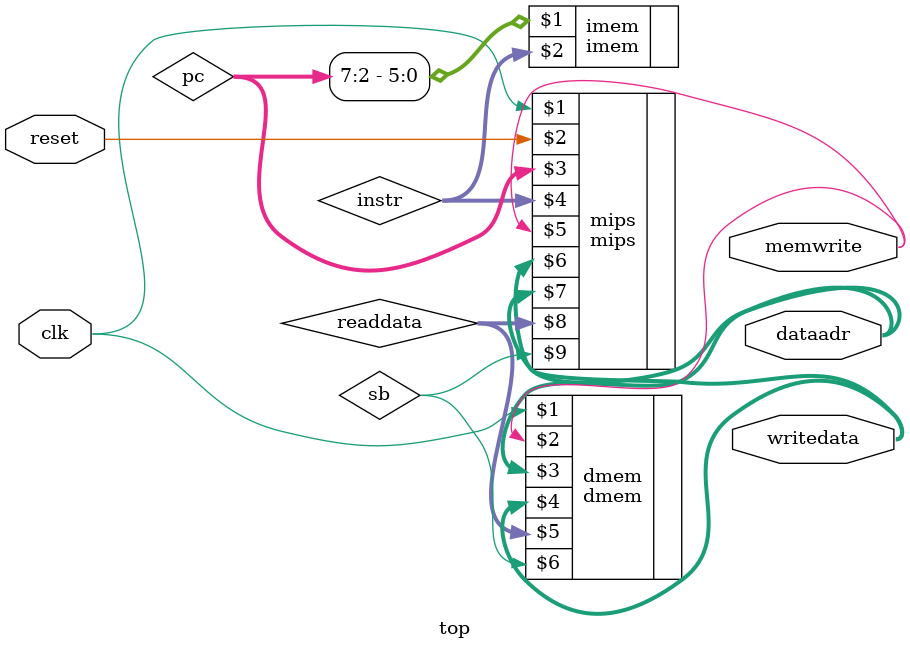
<source format=sv>
module top(input  logic        clk, reset, 
           output logic [31:0] writedata, dataadr, 
           output logic        memwrite);

	logic [31:0] pc, instr, readdata;
  
	// instantiate processor and memories
	mips mips(clk, reset, pc, instr, memwrite, dataadr, writedata, readdata,sb);
	imem imem(pc[7:2], instr);
	dmem dmem(clk, memwrite, dataadr, writedata, readdata,sb);
endmodule

</source>
